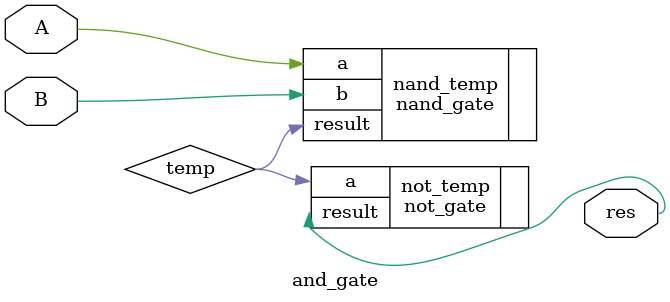
<source format=v>
`include "../nand/nand.v"
`include "../not/not.v"
module and_gate(input A, input B, output res);

	wire temp;
	nand_gate nand_temp(
		.a(A),
		.b(B),
		.result(temp)
	);
	not_gate not_temp(
		.a(temp),
		.result(res)
	);

endmodule
</source>
